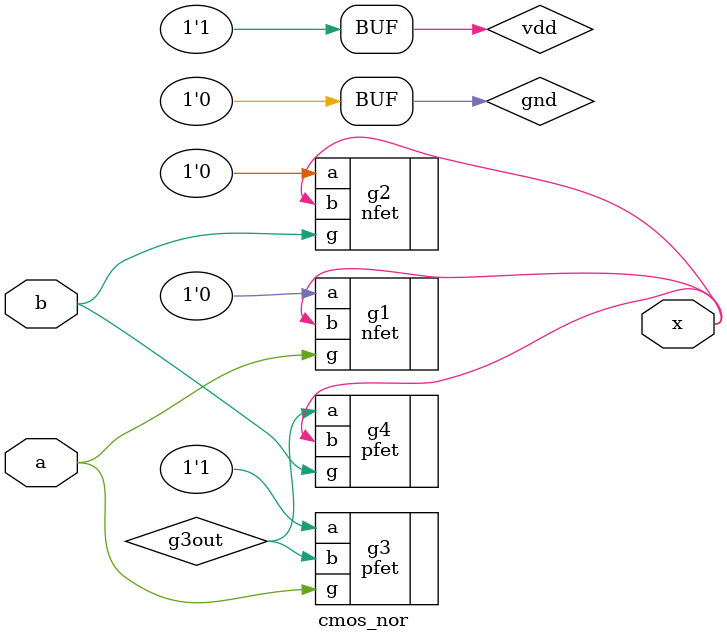
<source format=v>

module nmos_nor (x, a, b);

	output x;
	input a;
	input b;

	wire gnd = 1'b0;

	nfet g1 (.g(a), .a(gnd), .b(x) );
	nfet g2 (.g(b), .a(gnd), .b(x) );
	dfet g3 (.x(x));

endmodule // nmos_nor

module cmos_nor (x, a, b);

	output x;
	input a;
	input b;

	wire gnd = 1'b0;
	wire vdd = 1'b1;
	wire g3out;

	nfet g1 (.g(a), .a(gnd), .b(x) );
	nfet g2 (.g(b), .a(gnd), .b(x) );
	pfet g3 (.g(a), .a(vdd), .b(g3out) );
	pfet g4 (.g(b), .a(g3out), .b(x) );

endmodule // cmos_nor

</source>
